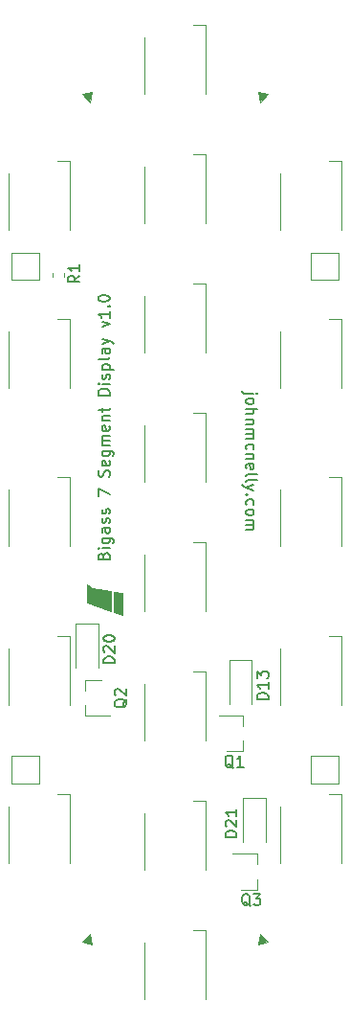
<source format=gbr>
G04 #@! TF.GenerationSoftware,KiCad,Pcbnew,(5.1.7)-1*
G04 #@! TF.CreationDate,2020-10-07T12:45:53-07:00*
G04 #@! TF.ProjectId,bigass_7_segment,62696761-7373-45f3-975f-7365676d656e,rev?*
G04 #@! TF.SameCoordinates,Original*
G04 #@! TF.FileFunction,Legend,Top*
G04 #@! TF.FilePolarity,Positive*
%FSLAX46Y46*%
G04 Gerber Fmt 4.6, Leading zero omitted, Abs format (unit mm)*
G04 Created by KiCad (PCBNEW (5.1.7)-1) date 2020-10-07 12:45:53*
%MOMM*%
%LPD*%
G01*
G04 APERTURE LIST*
%ADD10C,0.150000*%
%ADD11C,0.120000*%
%ADD12C,0.100000*%
G04 APERTURE END LIST*
D10*
X6964285Y47023809D02*
X6107142Y47023809D01*
X6011904Y47071428D01*
X5964285Y47166666D01*
X5964285Y47214285D01*
X7297619Y47023809D02*
X7250000Y47071428D01*
X7202380Y47023809D01*
X7250000Y46976190D01*
X7297619Y47023809D01*
X7202380Y47023809D01*
X6297619Y46404761D02*
X6345238Y46500000D01*
X6392857Y46547619D01*
X6488095Y46595238D01*
X6773809Y46595238D01*
X6869047Y46547619D01*
X6916666Y46500000D01*
X6964285Y46404761D01*
X6964285Y46261904D01*
X6916666Y46166666D01*
X6869047Y46119047D01*
X6773809Y46071428D01*
X6488095Y46071428D01*
X6392857Y46119047D01*
X6345238Y46166666D01*
X6297619Y46261904D01*
X6297619Y46404761D01*
X6297619Y45642857D02*
X7297619Y45642857D01*
X6297619Y45214285D02*
X6821428Y45214285D01*
X6916666Y45261904D01*
X6964285Y45357142D01*
X6964285Y45500000D01*
X6916666Y45595238D01*
X6869047Y45642857D01*
X6964285Y44738095D02*
X6297619Y44738095D01*
X6869047Y44738095D02*
X6916666Y44690476D01*
X6964285Y44595238D01*
X6964285Y44452380D01*
X6916666Y44357142D01*
X6821428Y44309523D01*
X6297619Y44309523D01*
X6297619Y43833333D02*
X6964285Y43833333D01*
X6869047Y43833333D02*
X6916666Y43785714D01*
X6964285Y43690476D01*
X6964285Y43547619D01*
X6916666Y43452380D01*
X6821428Y43404761D01*
X6297619Y43404761D01*
X6821428Y43404761D02*
X6916666Y43357142D01*
X6964285Y43261904D01*
X6964285Y43119047D01*
X6916666Y43023809D01*
X6821428Y42976190D01*
X6297619Y42976190D01*
X6345238Y42071428D02*
X6297619Y42166666D01*
X6297619Y42357142D01*
X6345238Y42452380D01*
X6392857Y42500000D01*
X6488095Y42547619D01*
X6773809Y42547619D01*
X6869047Y42500000D01*
X6916666Y42452380D01*
X6964285Y42357142D01*
X6964285Y42166666D01*
X6916666Y42071428D01*
X6964285Y41642857D02*
X6297619Y41642857D01*
X6869047Y41642857D02*
X6916666Y41595238D01*
X6964285Y41500000D01*
X6964285Y41357142D01*
X6916666Y41261904D01*
X6821428Y41214285D01*
X6297619Y41214285D01*
X6345238Y40357142D02*
X6297619Y40452380D01*
X6297619Y40642857D01*
X6345238Y40738095D01*
X6440476Y40785714D01*
X6821428Y40785714D01*
X6916666Y40738095D01*
X6964285Y40642857D01*
X6964285Y40452380D01*
X6916666Y40357142D01*
X6821428Y40309523D01*
X6726190Y40309523D01*
X6630952Y40785714D01*
X6297619Y39738095D02*
X6345238Y39833333D01*
X6440476Y39880952D01*
X7297619Y39880952D01*
X6297619Y39214285D02*
X6345238Y39309523D01*
X6440476Y39357142D01*
X7297619Y39357142D01*
X6964285Y38928571D02*
X6297619Y38690476D01*
X6964285Y38452380D02*
X6297619Y38690476D01*
X6059523Y38785714D01*
X6011904Y38833333D01*
X5964285Y38928571D01*
X6392857Y38071428D02*
X6345238Y38023809D01*
X6297619Y38071428D01*
X6345238Y38119047D01*
X6392857Y38071428D01*
X6297619Y38071428D01*
X6345238Y37166666D02*
X6297619Y37261904D01*
X6297619Y37452380D01*
X6345238Y37547619D01*
X6392857Y37595238D01*
X6488095Y37642857D01*
X6773809Y37642857D01*
X6869047Y37595238D01*
X6916666Y37547619D01*
X6964285Y37452380D01*
X6964285Y37261904D01*
X6916666Y37166666D01*
X6297619Y36595238D02*
X6345238Y36690476D01*
X6392857Y36738095D01*
X6488095Y36785714D01*
X6773809Y36785714D01*
X6869047Y36738095D01*
X6916666Y36690476D01*
X6964285Y36595238D01*
X6964285Y36452380D01*
X6916666Y36357142D01*
X6869047Y36309523D01*
X6773809Y36261904D01*
X6488095Y36261904D01*
X6392857Y36309523D01*
X6345238Y36357142D01*
X6297619Y36452380D01*
X6297619Y36595238D01*
X6297619Y35833333D02*
X6964285Y35833333D01*
X6869047Y35833333D02*
X6916666Y35785714D01*
X6964285Y35690476D01*
X6964285Y35547619D01*
X6916666Y35452380D01*
X6821428Y35404761D01*
X6297619Y35404761D01*
X6821428Y35404761D02*
X6916666Y35357142D01*
X6964285Y35261904D01*
X6964285Y35119047D01*
X6916666Y35023809D01*
X6821428Y34976190D01*
X6297619Y34976190D01*
X-6321428Y32668928D02*
X-6273809Y32811785D01*
X-6226190Y32859404D01*
X-6130952Y32907023D01*
X-5988095Y32907023D01*
X-5892857Y32859404D01*
X-5845238Y32811785D01*
X-5797619Y32716547D01*
X-5797619Y32335595D01*
X-6797619Y32335595D01*
X-6797619Y32668928D01*
X-6750000Y32764166D01*
X-6702380Y32811785D01*
X-6607142Y32859404D01*
X-6511904Y32859404D01*
X-6416666Y32811785D01*
X-6369047Y32764166D01*
X-6321428Y32668928D01*
X-6321428Y32335595D01*
X-5797619Y33335595D02*
X-6464285Y33335595D01*
X-6797619Y33335595D02*
X-6750000Y33287976D01*
X-6702380Y33335595D01*
X-6750000Y33383214D01*
X-6797619Y33335595D01*
X-6702380Y33335595D01*
X-6464285Y34240357D02*
X-5654761Y34240357D01*
X-5559523Y34192738D01*
X-5511904Y34145119D01*
X-5464285Y34049880D01*
X-5464285Y33907023D01*
X-5511904Y33811785D01*
X-5845238Y34240357D02*
X-5797619Y34145119D01*
X-5797619Y33954642D01*
X-5845238Y33859404D01*
X-5892857Y33811785D01*
X-5988095Y33764166D01*
X-6273809Y33764166D01*
X-6369047Y33811785D01*
X-6416666Y33859404D01*
X-6464285Y33954642D01*
X-6464285Y34145119D01*
X-6416666Y34240357D01*
X-5797619Y35145119D02*
X-6321428Y35145119D01*
X-6416666Y35097500D01*
X-6464285Y35002261D01*
X-6464285Y34811785D01*
X-6416666Y34716547D01*
X-5845238Y35145119D02*
X-5797619Y35049880D01*
X-5797619Y34811785D01*
X-5845238Y34716547D01*
X-5940476Y34668928D01*
X-6035714Y34668928D01*
X-6130952Y34716547D01*
X-6178571Y34811785D01*
X-6178571Y35049880D01*
X-6226190Y35145119D01*
X-5845238Y35573690D02*
X-5797619Y35668928D01*
X-5797619Y35859404D01*
X-5845238Y35954642D01*
X-5940476Y36002261D01*
X-5988095Y36002261D01*
X-6083333Y35954642D01*
X-6130952Y35859404D01*
X-6130952Y35716547D01*
X-6178571Y35621309D01*
X-6273809Y35573690D01*
X-6321428Y35573690D01*
X-6416666Y35621309D01*
X-6464285Y35716547D01*
X-6464285Y35859404D01*
X-6416666Y35954642D01*
X-5845238Y36383214D02*
X-5797619Y36478452D01*
X-5797619Y36668928D01*
X-5845238Y36764166D01*
X-5940476Y36811785D01*
X-5988095Y36811785D01*
X-6083333Y36764166D01*
X-6130952Y36668928D01*
X-6130952Y36526071D01*
X-6178571Y36430833D01*
X-6273809Y36383214D01*
X-6321428Y36383214D01*
X-6416666Y36430833D01*
X-6464285Y36526071D01*
X-6464285Y36668928D01*
X-6416666Y36764166D01*
X-6797619Y37907023D02*
X-6797619Y38573690D01*
X-5797619Y38145119D01*
X-5845238Y39668928D02*
X-5797619Y39811785D01*
X-5797619Y40049880D01*
X-5845238Y40145119D01*
X-5892857Y40192738D01*
X-5988095Y40240357D01*
X-6083333Y40240357D01*
X-6178571Y40192738D01*
X-6226190Y40145119D01*
X-6273809Y40049880D01*
X-6321428Y39859404D01*
X-6369047Y39764166D01*
X-6416666Y39716547D01*
X-6511904Y39668928D01*
X-6607142Y39668928D01*
X-6702380Y39716547D01*
X-6750000Y39764166D01*
X-6797619Y39859404D01*
X-6797619Y40097500D01*
X-6749999Y40240357D01*
X-5845238Y41049880D02*
X-5797619Y40954642D01*
X-5797619Y40764166D01*
X-5845238Y40668928D01*
X-5940476Y40621309D01*
X-6321428Y40621309D01*
X-6416666Y40668928D01*
X-6464285Y40764166D01*
X-6464285Y40954642D01*
X-6416666Y41049880D01*
X-6321428Y41097500D01*
X-6226190Y41097500D01*
X-6130952Y40621309D01*
X-6464285Y41954642D02*
X-5654761Y41954642D01*
X-5559523Y41907023D01*
X-5511904Y41859404D01*
X-5464285Y41764166D01*
X-5464285Y41621309D01*
X-5511904Y41526071D01*
X-5845238Y41954642D02*
X-5797619Y41859404D01*
X-5797619Y41668928D01*
X-5845238Y41573690D01*
X-5892857Y41526071D01*
X-5988095Y41478452D01*
X-6273809Y41478452D01*
X-6369047Y41526071D01*
X-6416666Y41573690D01*
X-6464285Y41668928D01*
X-6464285Y41859404D01*
X-6416666Y41954642D01*
X-5797619Y42430833D02*
X-6464285Y42430833D01*
X-6369047Y42430833D02*
X-6416666Y42478452D01*
X-6464285Y42573690D01*
X-6464285Y42716547D01*
X-6416666Y42811785D01*
X-6321428Y42859404D01*
X-5797619Y42859404D01*
X-6321428Y42859404D02*
X-6416666Y42907023D01*
X-6464285Y43002261D01*
X-6464285Y43145119D01*
X-6416666Y43240357D01*
X-6321428Y43287976D01*
X-5797619Y43287976D01*
X-5845238Y44145119D02*
X-5797619Y44049880D01*
X-5797619Y43859404D01*
X-5845238Y43764166D01*
X-5940476Y43716547D01*
X-6321428Y43716547D01*
X-6416666Y43764166D01*
X-6464285Y43859404D01*
X-6464285Y44049880D01*
X-6416666Y44145119D01*
X-6321428Y44192738D01*
X-6226190Y44192738D01*
X-6130952Y43716547D01*
X-6464285Y44621309D02*
X-5797619Y44621309D01*
X-6369047Y44621309D02*
X-6416666Y44668928D01*
X-6464285Y44764166D01*
X-6464285Y44907023D01*
X-6416666Y45002261D01*
X-6321428Y45049880D01*
X-5797619Y45049880D01*
X-6464285Y45383214D02*
X-6464285Y45764166D01*
X-6797619Y45526071D02*
X-5940476Y45526071D01*
X-5845238Y45573690D01*
X-5797619Y45668928D01*
X-5797619Y45764166D01*
X-5797619Y46859404D02*
X-6797619Y46859404D01*
X-6797619Y47097500D01*
X-6749999Y47240357D01*
X-6654761Y47335595D01*
X-6559523Y47383214D01*
X-6369047Y47430833D01*
X-6226190Y47430833D01*
X-6035714Y47383214D01*
X-5940476Y47335595D01*
X-5845238Y47240357D01*
X-5797619Y47097500D01*
X-5797619Y46859404D01*
X-5797619Y47859404D02*
X-6464285Y47859404D01*
X-6797619Y47859404D02*
X-6749999Y47811785D01*
X-6702380Y47859404D01*
X-6749999Y47907023D01*
X-6797619Y47859404D01*
X-6702380Y47859404D01*
X-5845238Y48287976D02*
X-5797619Y48383214D01*
X-5797619Y48573690D01*
X-5845238Y48668928D01*
X-5940476Y48716547D01*
X-5988095Y48716547D01*
X-6083333Y48668928D01*
X-6130952Y48573690D01*
X-6130952Y48430833D01*
X-6178571Y48335595D01*
X-6273809Y48287976D01*
X-6321428Y48287976D01*
X-6416666Y48335595D01*
X-6464285Y48430833D01*
X-6464285Y48573690D01*
X-6416666Y48668928D01*
X-6464285Y49145119D02*
X-5464285Y49145119D01*
X-6416666Y49145119D02*
X-6464285Y49240357D01*
X-6464285Y49430833D01*
X-6416666Y49526071D01*
X-6369047Y49573690D01*
X-6273809Y49621309D01*
X-5988095Y49621309D01*
X-5892857Y49573690D01*
X-5845238Y49526071D01*
X-5797619Y49430833D01*
X-5797619Y49240357D01*
X-5845238Y49145119D01*
X-5797619Y50192738D02*
X-5845238Y50097500D01*
X-5940476Y50049880D01*
X-6797619Y50049880D01*
X-5797619Y51002261D02*
X-6321428Y51002261D01*
X-6416666Y50954642D01*
X-6464285Y50859404D01*
X-6464285Y50668928D01*
X-6416666Y50573690D01*
X-5845238Y51002261D02*
X-5797619Y50907023D01*
X-5797619Y50668928D01*
X-5845238Y50573690D01*
X-5940476Y50526071D01*
X-6035714Y50526071D01*
X-6130952Y50573690D01*
X-6178571Y50668928D01*
X-6178571Y50907023D01*
X-6226190Y51002261D01*
X-6464285Y51383214D02*
X-5797619Y51621309D01*
X-6464285Y51859404D02*
X-5797619Y51621309D01*
X-5559523Y51526071D01*
X-5511904Y51478452D01*
X-5464285Y51383214D01*
X-6464285Y52907023D02*
X-5797619Y53145119D01*
X-6464285Y53383214D01*
X-5797619Y54287976D02*
X-5797619Y53716547D01*
X-5797619Y54002261D02*
X-6797619Y54002261D01*
X-6654761Y53907023D01*
X-6559523Y53811785D01*
X-6511904Y53716547D01*
X-5892857Y54716547D02*
X-5845238Y54764166D01*
X-5797619Y54716547D01*
X-5845238Y54668928D01*
X-5892857Y54716547D01*
X-5797619Y54716547D01*
X-6797619Y55383214D02*
X-6797619Y55478452D01*
X-6749999Y55573690D01*
X-6702380Y55621309D01*
X-6607142Y55668928D01*
X-6416666Y55716547D01*
X-6178571Y55716547D01*
X-5988095Y55668928D01*
X-5892857Y55621309D01*
X-5845238Y55573690D01*
X-5797619Y55478452D01*
X-5797619Y55383214D01*
X-5845238Y55287976D01*
X-5892857Y55240357D01*
X-5988095Y55192738D01*
X-6178571Y55145119D01*
X-6416666Y55145119D01*
X-6607142Y55192738D01*
X-6702380Y55240357D01*
X-6749999Y55287976D01*
X-6797619Y55383214D01*
D11*
G04 #@! TO.C,D13*
X6800000Y23450000D02*
X6800000Y19550000D01*
X4800000Y23450000D02*
X4800000Y19550000D01*
X6800000Y23450000D02*
X4800000Y23450000D01*
D12*
G04 #@! TO.C,J1*
G36*
X7347038Y73652962D02*
G01*
X8245064Y73473356D01*
X7526644Y72754936D01*
X7347038Y73652962D01*
G37*
X7347038Y73652962D02*
X8245064Y73473356D01*
X7526644Y72754936D01*
X7347038Y73652962D01*
G04 #@! TO.C,J2*
G36*
X7347038Y-1652962D02*
G01*
X7526644Y-754936D01*
X8245064Y-1473356D01*
X7347038Y-1652962D01*
G37*
X7347038Y-1652962D02*
X7526644Y-754936D01*
X8245064Y-1473356D01*
X7347038Y-1652962D01*
G04 #@! TO.C,J3*
G36*
X-7347038Y73652962D02*
G01*
X-7526644Y72754936D01*
X-8245064Y73473356D01*
X-7347038Y73652962D01*
G37*
X-7347038Y73652962D02*
X-7526644Y72754936D01*
X-8245064Y73473356D01*
X-7347038Y73652962D01*
G04 #@! TO.C,J4*
G36*
X-7347038Y-1652962D02*
G01*
X-8245064Y-1473356D01*
X-7526644Y-754936D01*
X-7347038Y-1652962D01*
G37*
X-7347038Y-1652962D02*
X-8245064Y-1473356D01*
X-7526644Y-754936D01*
X-7347038Y-1652962D01*
D11*
G04 #@! TO.C,Q1*
X6010000Y15420000D02*
X4550000Y15420000D01*
X6010000Y18580000D02*
X3850000Y18580000D01*
X6010000Y18580000D02*
X6010000Y17650000D01*
X6010000Y15420000D02*
X6010000Y16350000D01*
G04 #@! TO.C,R1*
X-10810000Y57662779D02*
X-10810000Y57337221D01*
X-9790000Y57662779D02*
X-9790000Y57337221D01*
G04 #@! TO.C,D2*
X-14700000Y47500000D02*
X-14700000Y52500000D01*
X-10400000Y53600000D02*
X-9300000Y53600000D01*
X-9300000Y53600000D02*
X-9300000Y47500000D01*
G04 #@! TO.C,D8*
X-2700000Y62071429D02*
X-2700000Y67071429D01*
X1600000Y68171429D02*
X2700000Y68171429D01*
X2700000Y68171429D02*
X2700000Y62071429D01*
G04 #@! TO.C,D15*
X9300000Y47500000D02*
X9300000Y52500000D01*
X13600000Y53600000D02*
X14700000Y53600000D01*
X14700000Y53600000D02*
X14700000Y47500000D01*
G04 #@! TO.C,D3*
X-2700000Y39214287D02*
X-2700000Y44214287D01*
X1600000Y45314287D02*
X2700000Y45314287D01*
X2700000Y45314287D02*
X2700000Y39214287D01*
G04 #@! TO.C,D9*
X-2700000Y50642858D02*
X-2700000Y55642858D01*
X1600000Y56742858D02*
X2700000Y56742858D01*
X2700000Y56742858D02*
X2700000Y50642858D01*
G04 #@! TO.C,D16*
X9300000Y33500000D02*
X9300000Y38500000D01*
X13600000Y39600000D02*
X14700000Y39600000D01*
X14700000Y39600000D02*
X14700000Y33500000D01*
G04 #@! TO.C,D4*
X-14700000Y33500000D02*
X-14700000Y38500000D01*
X-10400000Y39600000D02*
X-9300000Y39600000D01*
X-9300000Y39600000D02*
X-9300000Y33500000D01*
G04 #@! TO.C,D10*
X-2700000Y16357145D02*
X-2700000Y21357145D01*
X1600000Y22457145D02*
X2700000Y22457145D01*
X2700000Y22457145D02*
X2700000Y16357145D01*
G04 #@! TO.C,D17*
X-2700000Y27785716D02*
X-2700000Y32785716D01*
X1600000Y33885716D02*
X2700000Y33885716D01*
X2700000Y33885716D02*
X2700000Y27785716D01*
G04 #@! TO.C,D5*
X-14700000Y19500000D02*
X-14700000Y24500000D01*
X-10400000Y25600000D02*
X-9300000Y25600000D01*
X-9300000Y25600000D02*
X-9300000Y19500000D01*
G04 #@! TO.C,D11*
X-2700000Y4928574D02*
X-2700000Y9928574D01*
X1600000Y11028574D02*
X2700000Y11028574D01*
X2700000Y11028574D02*
X2700000Y4928574D01*
G04 #@! TO.C,D18*
X9300000Y19500000D02*
X9300000Y24500000D01*
X13600000Y25600000D02*
X14700000Y25600000D01*
X14700000Y25600000D02*
X14700000Y19500000D01*
G04 #@! TO.C,D6*
X-14700000Y5500000D02*
X-14700000Y10500000D01*
X-10400000Y11600000D02*
X-9300000Y11600000D01*
X-9300000Y11600000D02*
X-9300000Y5500000D01*
G04 #@! TO.C,D12*
X-2700000Y-6500000D02*
X-2700000Y-1500000D01*
X1600000Y-400000D02*
X2700000Y-400000D01*
X2700000Y-400000D02*
X2700000Y-6500000D01*
G04 #@! TO.C,D19*
X9300000Y5500000D02*
X9300000Y10500000D01*
X13600000Y11600000D02*
X14700000Y11600000D01*
X14700000Y11600000D02*
X14700000Y5500000D01*
G04 #@! TO.C,D1*
X-14700000Y61500000D02*
X-14700000Y66500000D01*
X-10400000Y67600000D02*
X-9300000Y67600000D01*
X-9300000Y67600000D02*
X-9300000Y61500000D01*
G04 #@! TO.C,D7*
X-2700000Y73500000D02*
X-2700000Y78500000D01*
X1600000Y79600000D02*
X2700000Y79600000D01*
X2700000Y79600000D02*
X2700000Y73500000D01*
G04 #@! TO.C,D14*
X9300000Y61500000D02*
X9300000Y66500000D01*
X13600000Y67600000D02*
X14700000Y67600000D01*
X14700000Y67600000D02*
X14700000Y61500000D01*
D12*
G04 #@! TO.C,GRAPHIC1*
G36*
X-5424500Y29495300D02*
G01*
X-5424500Y27679200D01*
X-4662500Y27399800D01*
X-4662500Y29381000D01*
X-5424500Y29495300D01*
G37*
X-5424500Y29495300D02*
X-5424500Y27679200D01*
X-4662500Y27399800D01*
X-4662500Y29381000D01*
X-5424500Y29495300D01*
G36*
X-7774000Y30143000D02*
G01*
X-7774000Y28555500D01*
X-5678500Y27780800D01*
X-5678500Y29533400D01*
X-7393000Y29787400D01*
X-7774000Y30143000D01*
G37*
X-7774000Y30143000D02*
X-7774000Y28555500D01*
X-5678500Y27780800D01*
X-5678500Y29533400D01*
X-7393000Y29787400D01*
X-7774000Y30143000D01*
D11*
G04 #@! TO.C,J5*
X12050000Y14950000D02*
X14450000Y14950000D01*
X12050000Y12550000D02*
X12050000Y14950000D01*
X14450000Y12550000D02*
X12050000Y12550000D01*
X14450000Y14950000D02*
X14450000Y12550000D01*
G04 #@! TO.C,J6*
X-12050000Y12550000D02*
X-14450000Y12550000D01*
X-12050000Y14950000D02*
X-12050000Y12550000D01*
X-14450000Y14950000D02*
X-12050000Y14950000D01*
X-14450000Y12550000D02*
X-14450000Y14950000D01*
G04 #@! TO.C,J7*
X-12050000Y57050000D02*
X-14450000Y57050000D01*
X-12050000Y59450000D02*
X-12050000Y57050000D01*
X-14450000Y59450000D02*
X-12050000Y59450000D01*
X-14450000Y57050000D02*
X-14450000Y59450000D01*
G04 #@! TO.C,J8*
X12050000Y59450000D02*
X14450000Y59450000D01*
X12050000Y57050000D02*
X12050000Y59450000D01*
X14450000Y57050000D02*
X12050000Y57050000D01*
X14450000Y59450000D02*
X14450000Y57050000D01*
G04 #@! TO.C,D20*
X-6800000Y26650000D02*
X-6800000Y22750000D01*
X-8800000Y26650000D02*
X-8800000Y22750000D01*
X-6800000Y26650000D02*
X-8800000Y26650000D01*
G04 #@! TO.C,D21*
X8000000Y11250000D02*
X8000000Y7350000D01*
X6000000Y11250000D02*
X6000000Y7350000D01*
X8000000Y11250000D02*
X6000000Y11250000D01*
G04 #@! TO.C,Q2*
X-7960000Y21680000D02*
X-6500000Y21680000D01*
X-7960000Y18520000D02*
X-5800000Y18520000D01*
X-7960000Y18520000D02*
X-7960000Y19450000D01*
X-7960000Y21680000D02*
X-7960000Y20750000D01*
G04 #@! TO.C,Q3*
X7260000Y3170000D02*
X5800000Y3170000D01*
X7260000Y6330000D02*
X5100000Y6330000D01*
X7260000Y6330000D02*
X7260000Y5400000D01*
X7260000Y3170000D02*
X7260000Y4100000D01*
G04 #@! TO.C,D13*
D10*
X8252381Y19985714D02*
X7252381Y19985714D01*
X7252381Y20223809D01*
X7300001Y20366666D01*
X7395239Y20461904D01*
X7490477Y20509523D01*
X7680953Y20557142D01*
X7823810Y20557142D01*
X8014286Y20509523D01*
X8109524Y20461904D01*
X8204762Y20366666D01*
X8252381Y20223809D01*
X8252381Y19985714D01*
X8252381Y21509523D02*
X8252381Y20938095D01*
X8252381Y21223809D02*
X7252381Y21223809D01*
X7395239Y21128571D01*
X7490477Y21033333D01*
X7538096Y20938095D01*
X7252381Y21842857D02*
X7252381Y22461904D01*
X7633334Y22128571D01*
X7633334Y22271428D01*
X7680953Y22366666D01*
X7728572Y22414285D01*
X7823810Y22461904D01*
X8061905Y22461904D01*
X8157143Y22414285D01*
X8204762Y22366666D01*
X8252381Y22271428D01*
X8252381Y21985714D01*
X8204762Y21890476D01*
X8157143Y21842857D01*
G04 #@! TO.C,Q1*
X5154761Y13912380D02*
X5059523Y13960000D01*
X4964285Y14055238D01*
X4821428Y14198095D01*
X4726190Y14245714D01*
X4630952Y14245714D01*
X4678571Y14007619D02*
X4583333Y14055238D01*
X4488095Y14150476D01*
X4440476Y14340952D01*
X4440476Y14674285D01*
X4488095Y14864761D01*
X4583333Y14960000D01*
X4678571Y15007619D01*
X4869047Y15007619D01*
X4964285Y14960000D01*
X5059523Y14864761D01*
X5107142Y14674285D01*
X5107142Y14340952D01*
X5059523Y14150476D01*
X4964285Y14055238D01*
X4869047Y14007619D01*
X4678571Y14007619D01*
X6059523Y14007619D02*
X5488095Y14007619D01*
X5773809Y14007619D02*
X5773809Y15007619D01*
X5678571Y14864761D01*
X5583333Y14769523D01*
X5488095Y14721904D01*
G04 #@! TO.C,R1*
X-8447619Y57433333D02*
X-8923809Y57100000D01*
X-8447619Y56861904D02*
X-9447619Y56861904D01*
X-9447619Y57242857D01*
X-9400000Y57338095D01*
X-9352380Y57385714D01*
X-9257142Y57433333D01*
X-9114285Y57433333D01*
X-9019047Y57385714D01*
X-8971428Y57338095D01*
X-8923809Y57242857D01*
X-8923809Y56861904D01*
X-8447619Y58385714D02*
X-8447619Y57814285D01*
X-8447619Y58100000D02*
X-9447619Y58100000D01*
X-9304761Y58004761D01*
X-9209523Y57909523D01*
X-9161904Y57814285D01*
G04 #@! TO.C,D20*
X-5347619Y23185714D02*
X-6347619Y23185714D01*
X-6347619Y23423809D01*
X-6300000Y23566666D01*
X-6204761Y23661904D01*
X-6109523Y23709523D01*
X-5919047Y23757142D01*
X-5776190Y23757142D01*
X-5585714Y23709523D01*
X-5490476Y23661904D01*
X-5395238Y23566666D01*
X-5347619Y23423809D01*
X-5347619Y23185714D01*
X-6252380Y24138095D02*
X-6300000Y24185714D01*
X-6347619Y24280952D01*
X-6347619Y24519047D01*
X-6300000Y24614285D01*
X-6252380Y24661904D01*
X-6157142Y24709523D01*
X-6061904Y24709523D01*
X-5919047Y24661904D01*
X-5347619Y24090476D01*
X-5347619Y24709523D01*
X-6347619Y25328571D02*
X-6347619Y25423809D01*
X-6300000Y25519047D01*
X-6252380Y25566666D01*
X-6157142Y25614285D01*
X-5966666Y25661904D01*
X-5728571Y25661904D01*
X-5538095Y25614285D01*
X-5442857Y25566666D01*
X-5395238Y25519047D01*
X-5347619Y25423809D01*
X-5347619Y25328571D01*
X-5395238Y25233333D01*
X-5442857Y25185714D01*
X-5538095Y25138095D01*
X-5728571Y25090476D01*
X-5966666Y25090476D01*
X-6157142Y25138095D01*
X-6252380Y25185714D01*
X-6300000Y25233333D01*
X-6347619Y25328571D01*
G04 #@! TO.C,D21*
X5452380Y7785714D02*
X4452380Y7785714D01*
X4452380Y8023809D01*
X4500000Y8166666D01*
X4595238Y8261904D01*
X4690476Y8309523D01*
X4880952Y8357142D01*
X5023809Y8357142D01*
X5214285Y8309523D01*
X5309523Y8261904D01*
X5404761Y8166666D01*
X5452380Y8023809D01*
X5452380Y7785714D01*
X4547619Y8738095D02*
X4500000Y8785714D01*
X4452380Y8880952D01*
X4452380Y9119047D01*
X4500000Y9214285D01*
X4547619Y9261904D01*
X4642857Y9309523D01*
X4738095Y9309523D01*
X4880952Y9261904D01*
X5452380Y8690476D01*
X5452380Y9309523D01*
X5452380Y10261904D02*
X5452380Y9690476D01*
X5452380Y9976190D02*
X4452380Y9976190D01*
X4595238Y9880952D01*
X4690476Y9785714D01*
X4738095Y9690476D01*
G04 #@! TO.C,Q2*
X-4252380Y20004761D02*
X-4300000Y19909523D01*
X-4395238Y19814285D01*
X-4538095Y19671428D01*
X-4585714Y19576190D01*
X-4585714Y19480952D01*
X-4347619Y19528571D02*
X-4395238Y19433333D01*
X-4490476Y19338095D01*
X-4680952Y19290476D01*
X-5014285Y19290476D01*
X-5204761Y19338095D01*
X-5300000Y19433333D01*
X-5347619Y19528571D01*
X-5347619Y19719047D01*
X-5300000Y19814285D01*
X-5204761Y19909523D01*
X-5014285Y19957142D01*
X-4680952Y19957142D01*
X-4490476Y19909523D01*
X-4395238Y19814285D01*
X-4347619Y19719047D01*
X-4347619Y19528571D01*
X-5252380Y20338095D02*
X-5300000Y20385714D01*
X-5347619Y20480952D01*
X-5347619Y20719047D01*
X-5300000Y20814285D01*
X-5252380Y20861904D01*
X-5157142Y20909523D01*
X-5061904Y20909523D01*
X-4919047Y20861904D01*
X-4347619Y20290476D01*
X-4347619Y20909523D01*
G04 #@! TO.C,Q3*
X6654761Y1702380D02*
X6559523Y1750000D01*
X6464285Y1845238D01*
X6321428Y1988095D01*
X6226190Y2035714D01*
X6130952Y2035714D01*
X6178571Y1797619D02*
X6083333Y1845238D01*
X5988095Y1940476D01*
X5940476Y2130952D01*
X5940476Y2464285D01*
X5988095Y2654761D01*
X6083333Y2750000D01*
X6178571Y2797619D01*
X6369047Y2797619D01*
X6464285Y2750000D01*
X6559523Y2654761D01*
X6607142Y2464285D01*
X6607142Y2130952D01*
X6559523Y1940476D01*
X6464285Y1845238D01*
X6369047Y1797619D01*
X6178571Y1797619D01*
X6940476Y2797619D02*
X7559523Y2797619D01*
X7226190Y2416666D01*
X7369047Y2416666D01*
X7464285Y2369047D01*
X7511904Y2321428D01*
X7559523Y2226190D01*
X7559523Y1988095D01*
X7511904Y1892857D01*
X7464285Y1845238D01*
X7369047Y1797619D01*
X7083333Y1797619D01*
X6988095Y1845238D01*
X6940476Y1892857D01*
G04 #@! TD*
M02*

</source>
